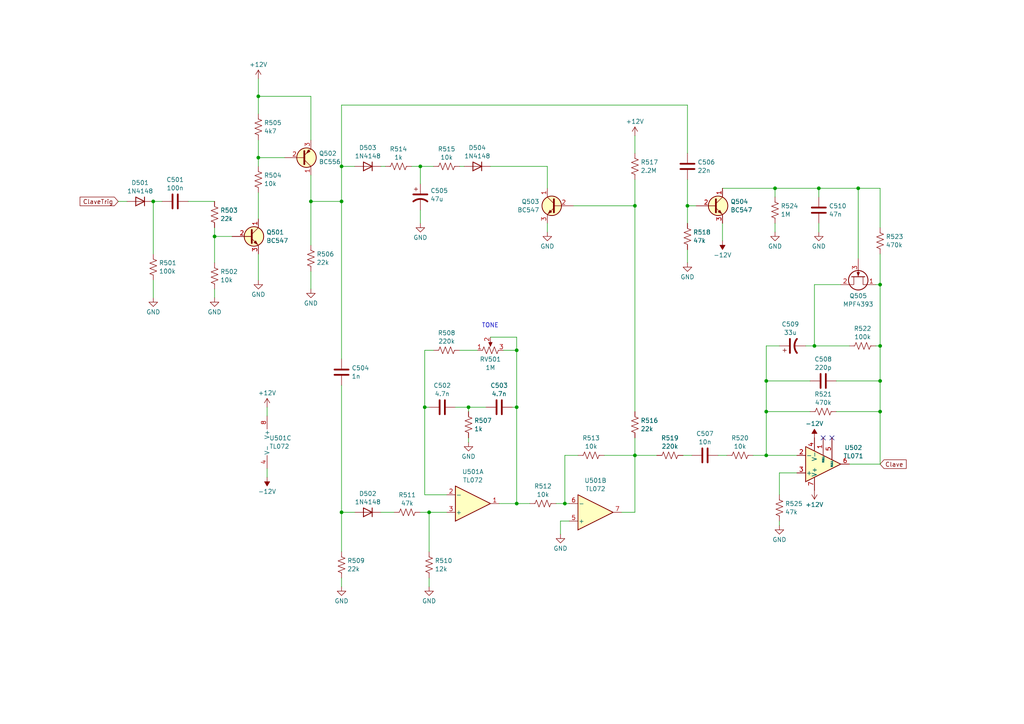
<source format=kicad_sch>
(kicad_sch (version 20230121) (generator eeschema)
  (paper "A4")
  (lib_symbols
    (symbol "Amplifier_Operational:TL071" (pin_names (offset 0.127))
      (property "Reference" "U" (at 0 6.35 0))
      (property "Value" "TL071" (at 0 3.81 0))
      (symbol "TL071_0_1"
        (polyline (pts (xy -5.08 5.08) (xy 5.08 0) (xy -5.08 -5.08) (xy -5.08 5.08)) (stroke (width 0.254)) (fill (type background)))
      )
      (symbol "TL071_1_1"
        (pin input line (at 0 -7.62 90) (length 5.08) (name "NULL") (number "1"))
        (pin input line (at -7.62 -2.54 0) (length 2.54) (name "-") (number "2"))
        (pin input line (at -7.62 2.54 0) (length 2.54) (name "+") (number "3"))
        (pin power_in line (at -2.54 -7.62 90) (length 3.81) (name "V-") (number "4"))
        (pin input line (at 2.54 -7.62 90) (length 6.35) (name "NULL") (number "5"))
        (pin output line (at 7.62 0 180) (length 2.54) (name "~") (number "6"))
        (pin power_in line (at -2.54 7.62 270) (length 3.81) (name "V+") (number "7"))
        (pin no_connect line (at 0 2.54 270) (length 2.54) hide (name "NC") (number "8"))
      )
    )
    (symbol "Amplifier_Operational:TL072" (pin_names (offset 0.127))
      (property "Reference" "U" (at 0 5.08 0))
      (property "Value" "TL072" (at 0 -5.08 0))
      (symbol "TL072_1_1"
        (polyline (pts (xy -5.08 5.08) (xy 5.08 0) (xy -5.08 -5.08) (xy -5.08 5.08)) (stroke (width 0.254)) (fill (type background)))
        (pin output line (at 7.62 0 180) (length 2.54) (name "~") (number "1"))
        (pin input line (at -7.62 -2.54 0) (length 2.54) (name "-") (number "2"))
        (pin input line (at -7.62 2.54 0) (length 2.54) (name "+") (number "3"))
      )
      (symbol "TL072_2_1"
        (polyline (pts (xy -5.08 5.08) (xy 5.08 0) (xy -5.08 -5.08) (xy -5.08 5.08)) (stroke (width 0.254)) (fill (type background)))
        (pin input line (at -7.62 2.54 0) (length 2.54) (name "+") (number "5"))
        (pin input line (at -7.62 -2.54 0) (length 2.54) (name "-") (number "6"))
        (pin output line (at 7.62 0 180) (length 2.54) (name "~") (number "7"))
      )
      (symbol "TL072_3_1"
        (pin power_in line (at -2.54 -7.62 90) (length 3.81) (name "V-") (number "4"))
        (pin power_in line (at -2.54 7.62 270) (length 3.81) (name "V+") (number "8"))
      )
    )
    (symbol "Device:C" (pin_numbers hide) (pin_names (offset 0.254))
      (property "Reference" "C" (at 0.635 2.54 0))
      (property "Value" "C" (at 0.635 -2.54 0))
      (symbol "C_0_1"
        (polyline (pts (xy -2.032 -0.762) (xy 2.032 -0.762)) (stroke (width 0.508)))
        (polyline (pts (xy -2.032 0.762) (xy 2.032 0.762)) (stroke (width 0.508)))
      )
      (symbol "C_1_1"
        (pin passive line (at 0 3.81 270) (length 2.794) (name "~") (number "1"))
        (pin passive line (at 0 -3.81 90) (length 2.794) (name "~") (number "2"))
      )
    )
    (symbol "Device:C_Polarized_US" (pin_numbers hide) (pin_names (offset 0.254) hide)
      (property "Reference" "C" (at 0.635 2.54 0))
      (property "Value" "C_Polarized_US" (at 0.635 -2.54 0))
      (symbol "C_Polarized_US_0_1"
        (polyline (pts (xy -2.032 0.762) (xy 2.032 0.762)) (stroke (width 0.508)))
        (polyline (pts (xy -1.778 2.286) (xy -0.762 2.286)))
        (polyline (pts (xy -1.27 1.778) (xy -1.27 2.794)))
        (arc (start 2.032 -1.27) (mid 0 -0.5572) (end -2.032 -1.27) (stroke (width 0.508)))
      )
      (symbol "C_Polarized_US_1_1"
        (pin passive line (at 0 3.81 270) (length 2.794) (name "~") (number "1"))
        (pin passive line (at 0 -3.81 90) (length 3.302) (name "~") (number "2"))
      )
    )
    (symbol "Device:Q_NJFET_DSG" (pin_names (offset 0) hide)
      (property "Reference" "Q" (at 5.08 1.27 0))
      (property "Value" "Q_NJFET_DSG" (at 5.08 -1.27 0))
      (symbol "Q_NJFET_DSG_0_1"
        (polyline (pts (xy 0.254 1.905) (xy 0.254 -1.905) (xy 0.254 -1.905)) (stroke (width 0.254)))
        (polyline (pts (xy 2.54 -2.54) (xy 2.54 -1.27) (xy 0.254 -1.27)))
        (polyline (pts (xy 2.54 2.54) (xy 2.54 1.397) (xy 0.254 1.397)))
        (polyline (pts (xy 0 0) (xy -1.016 0.381) (xy -1.016 -0.381) (xy 0 0)) (fill (type outline)))
        (circle (center 1.27 0) (radius 2.8194) (stroke (width 0.254)))
      )
      (symbol "Q_NJFET_DSG_1_1"
        (pin passive line (at 2.54 5.08 270) (length 2.54) (name "D") (number "1"))
        (pin passive line (at 2.54 -5.08 90) (length 2.54) (name "S") (number "2"))
        (pin input line (at -5.08 0 0) (length 5.334) (name "G") (number "3"))
      )
    )
    (symbol "Device:R_Potentiometer_US" (pin_names (offset 1.016) hide)
      (property "Reference" "RV" (at -4.445 0 90))
      (property "Value" "R_Potentiometer_US" (at -2.54 0 90))
      (symbol "R_Potentiometer_US_0_1"
        (polyline (pts (xy 0 -2.286) (xy 0 -2.54)))
        (polyline (pts (xy 0 2.54) (xy 0 2.286)))
        (polyline (pts (xy 2.54 0) (xy 1.524 0)))
        (polyline (pts (xy 1.143 0) (xy 2.286 0.508) (xy 2.286 -0.508) (xy 1.143 0)) (fill (type outline)))
        (polyline (pts (xy 0 -0.762) (xy 1.016 -1.143) (xy 0 -1.524) (xy -1.016 -1.905) (xy 0 -2.286)))
        (polyline (pts (xy 0 0.762) (xy 1.016 0.381) (xy 0 0) (xy -1.016 -0.381) (xy 0 -0.762)))
        (polyline (pts (xy 0 2.286) (xy 1.016 1.905) (xy 0 1.524) (xy -1.016 1.143) (xy 0 0.762)))
      )
      (symbol "R_Potentiometer_US_1_1"
        (pin passive line (at 0 3.81 270) (length 1.27) (name "1") (number "1"))
        (pin passive line (at 3.81 0 180) (length 1.27) (name "2") (number "2"))
        (pin passive line (at 0 -3.81 90) (length 1.27) (name "3") (number "3"))
      )
    )
    (symbol "Device:R_US" (pin_numbers hide) (pin_names (offset 0))
      (property "Reference" "R" (at 2.54 0 90))
      (property "Value" "R_US" (at -2.54 0 90))
      (symbol "R_US_0_1"
        (polyline (pts (xy 0 -2.286) (xy 0 -2.54)))
        (polyline (pts (xy 0 2.286) (xy 0 2.54)))
        (polyline (pts (xy 0 -0.762) (xy 1.016 -1.143) (xy 0 -1.524) (xy -1.016 -1.905) (xy 0 -2.286)))
        (polyline (pts (xy 0 0.762) (xy 1.016 0.381) (xy 0 0) (xy -1.016 -0.381) (xy 0 -0.762)))
        (polyline (pts (xy 0 2.286) (xy 1.016 1.905) (xy 0 1.524) (xy -1.016 1.143) (xy 0 0.762)))
      )
      (symbol "R_US_1_1"
        (pin passive line (at 0 3.81 270) (length 1.27) (name "~") (number "1"))
        (pin passive line (at 0 -3.81 90) (length 1.27) (name "~") (number "2"))
      )
    )
    (symbol "Diode:1N4148" (pin_numbers hide) (pin_names hide)
      (property "Reference" "D" (at 0 2.54 0))
      (property "Value" "1N4148" (at 0 -2.54 0))
      (symbol "1N4148_0_1"
        (polyline (pts (xy -1.27 1.27) (xy -1.27 -1.27)) (stroke (width 0.254)))
        (polyline (pts (xy 1.27 0) (xy -1.27 0)))
        (polyline (pts (xy 1.27 1.27) (xy 1.27 -1.27) (xy -1.27 0) (xy 1.27 1.27)) (stroke (width 0.254)))
      )
      (symbol "1N4148_1_1"
        (pin passive line (at -3.81 0 0) (length 2.54) (name "K") (number "1"))
        (pin passive line (at 3.81 0 180) (length 2.54) (name "A") (number "2"))
      )
    )
    (symbol "PCM_4ms_Power-symbol:+12V" (power) (pin_names (offset 0))
      (property "Value" "+12V" (at 0 3.556 0))
      (symbol "+12V_0_1"
        (polyline (pts (xy -0.762 1.27) (xy 0 2.54)))
        (polyline (pts (xy 0 0) (xy 0 2.54)))
        (polyline (pts (xy 0 2.54) (xy 0.762 1.27)))
      )
      (symbol "+12V_1_1"
        (pin power_in line (at 0 0 90) (length 0) hide (name "+12V") (number "1"))
      )
    )
    (symbol "PCM_4ms_Power-symbol:GND" (power) (pin_names (offset 0))
      (property "Value" "GND" (at 0 -3.81 0))
      (symbol "GND_0_1"
        (polyline (pts (xy 0 0) (xy 0 -1.27) (xy 1.27 -1.27) (xy 0 -2.54) (xy -1.27 -1.27) (xy 0 -1.27)))
      )
      (symbol "GND_1_1"
        (pin power_in line (at 0 0 270) (length 0) hide (name "GND") (number "1"))
      )
    )
    (symbol "PCM_Transistor_BJT_AKL:BC547" (pin_names hide)
      (property "Reference" "Q" (at 5.08 1.27 0))
      (property "Value" "BC547" (at 5.08 -1.27 0))
      (symbol "BC547_0_1"
        (polyline (pts (xy 0.635 0.635) (xy 2.54 2.54)))
        (polyline (pts (xy 0.635 -0.635) (xy 2.54 -2.54) (xy 2.54 -2.54)))
        (polyline (pts (xy 0.635 1.905) (xy 0.635 -1.905) (xy 0.635 -1.905)) (stroke (width 0.508)))
        (polyline (pts (xy 1.27 -1.778) (xy 1.778 -1.27) (xy 2.286 -2.286) (xy 1.27 -1.778) (xy 1.27 -1.778)) (fill (type outline)))
        (circle (center 1.27 0) (radius 2.8194) (stroke (width 0.254)) (fill (type background)))
      )
      (symbol "BC547_1_1"
        (pin passive line (at 2.54 5.08 270) (length 2.54) (name "C") (number "1"))
        (pin input line (at -5.08 0 0) (length 5.715) (name "B") (number "2"))
        (pin passive line (at 2.54 -5.08 90) (length 2.54) (name "E") (number "3"))
      )
    )
    (symbol "PCM_Transistor_BJT_AKL:BC556" (pin_names hide)
      (property "Reference" "Q" (at 5.08 1.27 0))
      (property "Value" "BC556" (at 5.08 -1.27 0))
      (symbol "BC556_0_1"
        (polyline (pts (xy 0.635 -0.635) (xy 2.54 -2.54)))
        (polyline (pts (xy 0.635 -1.905) (xy 0.635 1.905) (xy 0.635 1.905)) (stroke (width 0.508)))
        (polyline (pts (xy 0.635 0.635) (xy 2.54 2.54) (xy 2.54 2.54)))
        (polyline (pts (xy 2.286 1.778) (xy 1.778 2.286) (xy 1.27 1.27) (xy 2.286 1.778) (xy 2.286 1.778)) (fill (type outline)))
        (circle (center 1.27 0) (radius 2.8194) (stroke (width 0.254)) (fill (type background)))
      )
      (symbol "BC556_1_1"
        (pin passive line (at 2.54 -5.08 90) (length 2.54) (name "C") (number "1"))
        (pin input line (at -5.08 0 0) (length 5.715) (name "B") (number "2"))
        (pin passive line (at 2.54 5.08 270) (length 2.54) (name "E") (number "3"))
      )
    )
    (symbol "power:-12V" (power) (pin_names (offset 0))
      (property "Value" "-12V" (at 0 3.81 0))
      (symbol "-12V_0_0"
        (pin power_in line (at 0 0 90) (length 0) hide (name "-12V") (number "1"))
      )
      (symbol "-12V_0_1"
        (polyline (pts (xy 0 0) (xy 0 1.27) (xy 0.762 1.27) (xy 0 2.54) (xy -0.762 1.27) (xy 0 1.27)) (fill (type outline)))
      )
    )
  )
  (junction (at 99.06 58.42))
  (junction (at 163.83 146.05))
  (junction (at 149.86 146.05))
  (junction (at 99.06 148.59))
  (junction (at 135.89 118.11))
  (junction (at 224.79 54.61))
  (junction (at 255.27 119.38))
  (junction (at 222.25 110.49))
  (junction (at 121.92 48.26))
  (junction (at 149.86 101.6))
  (junction (at 99.06 48.26))
  (junction (at 74.93 27.94))
  (junction (at 236.22 100.33))
  (junction (at 90.17 58.42))
  (junction (at 184.15 59.69))
  (junction (at 74.93 45.72))
  (junction (at 222.25 132.08))
  (junction (at 248.92 54.61))
  (junction (at 255.27 110.49))
  (junction (at 149.86 118.11))
  (junction (at 237.49 54.61))
  (junction (at 255.27 100.33))
  (junction (at 123.19 118.11))
  (junction (at 184.15 132.08))
  (junction (at 222.25 119.38))
  (junction (at 44.45 58.42))
  (junction (at 124.46 148.59))
  (junction (at 199.39 59.69))
  (junction (at 255.27 82.55))
  (junction (at 62.23 68.58))
  (no_connect (at 241.3 127))
  (no_connect (at 238.76 127))
  (wire (pts (xy 99.06 48.26) (xy 99.06 58.42)))
  (wire (pts (xy 255.27 110.49) (xy 255.27 100.33)))
  (wire (pts (xy 133.35 48.26) (xy 134.62 48.26)))
  (wire (pts (xy 255.27 82.55) (xy 254 82.55)))
  (wire (pts (xy 44.45 81.28) (xy 44.45 86.36)))
  (wire (pts (xy 90.17 50.8) (xy 90.17 58.42)))
  (wire (pts (xy 124.46 167.64) (xy 124.46 170.18)))
  (wire (pts (xy 184.15 132.08) (xy 175.26 132.08)))
  (wire (pts (xy 208.28 132.08) (xy 210.82 132.08)))
  (wire (pts (xy 242.57 119.38) (xy 255.27 119.38)))
  (wire (pts (xy 255.27 54.61) (xy 255.27 66.04)))
  (wire (pts (xy 199.39 72.39) (xy 199.39 76.2)))
  (wire (pts (xy 74.93 45.72) (xy 82.55 45.72)))
  (wire (pts (xy 201.93 59.69) (xy 199.39 59.69)))
  (wire (pts (xy 224.79 54.61) (xy 224.79 57.15)))
  (wire (pts (xy 148.59 118.11) (xy 149.86 118.11)))
  (wire (pts (xy 209.55 54.61) (xy 224.79 54.61)))
  (wire (pts (xy 255.27 134.62) (xy 255.27 119.38)))
  (wire (pts (xy 149.86 97.79) (xy 149.86 101.6)))
  (wire (pts (xy 218.44 132.08) (xy 222.25 132.08)))
  (wire (pts (xy 123.19 143.51) (xy 129.54 143.51)))
  (wire (pts (xy 237.49 54.61) (xy 237.49 57.15)))
  (wire (pts (xy 158.75 48.26) (xy 158.75 54.61)))
  (wire (pts (xy 99.06 148.59) (xy 99.06 160.02)))
  (wire (pts (xy 184.15 52.07) (xy 184.15 59.69)))
  (wire (pts (xy 184.15 132.08) (xy 190.5 132.08)))
  (wire (pts (xy 90.17 78.74) (xy 90.17 83.82)))
  (wire (pts (xy 110.49 48.26) (xy 111.76 48.26)))
  (wire (pts (xy 123.19 101.6) (xy 125.73 101.6)))
  (wire (pts (xy 237.49 64.77) (xy 237.49 67.31)))
  (wire (pts (xy 242.57 110.49) (xy 255.27 110.49)))
  (wire (pts (xy 99.06 48.26) (xy 99.06 30.48)))
  (wire (pts (xy 222.25 110.49) (xy 222.25 119.38)))
  (wire (pts (xy 44.45 73.66) (xy 44.45 58.42)))
  (wire (pts (xy 142.24 48.26) (xy 158.75 48.26)))
  (wire (pts (xy 162.56 154.94) (xy 162.56 151.13)))
  (wire (pts (xy 62.23 66.04) (xy 62.23 68.58)))
  (wire (pts (xy 222.25 100.33) (xy 226.06 100.33)))
  (wire (pts (xy 236.22 100.33) (xy 246.38 100.33)))
  (wire (pts (xy 142.24 97.79) (xy 149.86 97.79)))
  (wire (pts (xy 99.06 111.76) (xy 99.06 148.59)))
  (wire (pts (xy 246.38 134.62) (xy 255.27 134.62)))
  (wire (pts (xy 90.17 27.94) (xy 74.93 27.94)))
  (wire (pts (xy 184.15 127) (xy 184.15 132.08)))
  (wire (pts (xy 234.95 119.38) (xy 222.25 119.38)))
  (wire (pts (xy 184.15 59.69) (xy 184.15 119.38)))
  (wire (pts (xy 149.86 118.11) (xy 149.86 146.05)))
  (wire (pts (xy 149.86 146.05) (xy 144.78 146.05)))
  (wire (pts (xy 123.19 118.11) (xy 123.19 143.51)))
  (wire (pts (xy 236.22 82.55) (xy 236.22 100.33)))
  (wire (pts (xy 62.23 83.82) (xy 62.23 86.36)))
  (wire (pts (xy 133.35 101.6) (xy 138.43 101.6)))
  (wire (pts (xy 123.19 118.11) (xy 124.46 118.11)))
  (wire (pts (xy 233.68 100.33) (xy 236.22 100.33)))
  (wire (pts (xy 222.25 132.08) (xy 231.14 132.08)))
  (wire (pts (xy 149.86 101.6) (xy 149.86 118.11)))
  (wire (pts (xy 99.06 58.42) (xy 99.06 104.14)))
  (wire (pts (xy 162.56 151.13) (xy 165.1 151.13)))
  (wire (pts (xy 166.37 59.69) (xy 184.15 59.69)))
  (wire (pts (xy 77.47 118.11) (xy 77.47 120.65)))
  (wire (pts (xy 222.25 110.49) (xy 234.95 110.49)))
  (wire (pts (xy 90.17 40.64) (xy 90.17 27.94)))
  (wire (pts (xy 121.92 148.59) (xy 124.46 148.59)))
  (wire (pts (xy 198.12 132.08) (xy 200.66 132.08)))
  (wire (pts (xy 74.93 73.66) (xy 74.93 81.28)))
  (wire (pts (xy 255.27 73.66) (xy 255.27 82.55)))
  (wire (pts (xy 161.29 146.05) (xy 163.83 146.05)))
  (wire (pts (xy 135.89 127) (xy 135.89 128.27)))
  (wire (pts (xy 254 100.33) (xy 255.27 100.33)))
  (wire (pts (xy 99.06 30.48) (xy 199.39 30.48)))
  (wire (pts (xy 124.46 148.59) (xy 129.54 148.59)))
  (wire (pts (xy 255.27 119.38) (xy 255.27 110.49)))
  (wire (pts (xy 77.47 135.89) (xy 77.47 138.43)))
  (wire (pts (xy 226.06 143.51) (xy 226.06 137.16)))
  (wire (pts (xy 209.55 64.77) (xy 209.55 69.85)))
  (wire (pts (xy 248.92 54.61) (xy 248.92 74.93)))
  (wire (pts (xy 226.06 137.16) (xy 231.14 137.16)))
  (wire (pts (xy 146.05 101.6) (xy 149.86 101.6)))
  (wire (pts (xy 180.34 148.59) (xy 184.15 148.59)))
  (wire (pts (xy 99.06 58.42) (xy 90.17 58.42)))
  (wire (pts (xy 135.89 118.11) (xy 140.97 118.11)))
  (wire (pts (xy 121.92 48.26) (xy 125.73 48.26)))
  (wire (pts (xy 149.86 146.05) (xy 153.67 146.05)))
  (wire (pts (xy 74.93 55.88) (xy 74.93 63.5)))
  (wire (pts (xy 99.06 167.64) (xy 99.06 170.18)))
  (wire (pts (xy 184.15 39.37) (xy 184.15 44.45)))
  (wire (pts (xy 74.93 27.94) (xy 74.93 33.02)))
  (wire (pts (xy 199.39 59.69) (xy 199.39 64.77)))
  (wire (pts (xy 132.08 118.11) (xy 135.89 118.11)))
  (wire (pts (xy 99.06 148.59) (xy 102.87 148.59)))
  (wire (pts (xy 54.61 58.42) (xy 62.23 58.42)))
  (wire (pts (xy 90.17 58.42) (xy 90.17 71.12)))
  (wire (pts (xy 224.79 54.61) (xy 237.49 54.61)))
  (wire (pts (xy 199.39 52.07) (xy 199.39 59.69)))
  (wire (pts (xy 255.27 100.33) (xy 255.27 82.55)))
  (wire (pts (xy 158.75 64.77) (xy 158.75 67.31)))
  (wire (pts (xy 74.93 22.86) (xy 74.93 27.94)))
  (wire (pts (xy 34.29 58.42) (xy 36.83 58.42)))
  (wire (pts (xy 163.83 132.08) (xy 167.64 132.08)))
  (wire (pts (xy 110.49 148.59) (xy 114.3 148.59)))
  (wire (pts (xy 163.83 146.05) (xy 165.1 146.05)))
  (wire (pts (xy 123.19 101.6) (xy 123.19 118.11)))
  (wire (pts (xy 124.46 148.59) (xy 124.46 160.02)))
  (wire (pts (xy 121.92 60.96) (xy 121.92 64.77)))
  (wire (pts (xy 222.25 110.49) (xy 222.25 100.33)))
  (wire (pts (xy 44.45 58.42) (xy 46.99 58.42)))
  (wire (pts (xy 163.83 146.05) (xy 163.83 132.08)))
  (wire (pts (xy 135.89 118.11) (xy 135.89 119.38)))
  (wire (pts (xy 184.15 148.59) (xy 184.15 132.08)))
  (wire (pts (xy 224.79 64.77) (xy 224.79 67.31)))
  (wire (pts (xy 74.93 45.72) (xy 74.93 48.26)))
  (wire (pts (xy 102.87 48.26) (xy 99.06 48.26)))
  (wire (pts (xy 243.84 82.55) (xy 236.22 82.55)))
  (wire (pts (xy 119.38 48.26) (xy 121.92 48.26)))
  (wire (pts (xy 222.25 119.38) (xy 222.25 132.08)))
  (wire (pts (xy 62.23 68.58) (xy 67.31 68.58)))
  (wire (pts (xy 74.93 40.64) (xy 74.93 45.72)))
  (wire (pts (xy 237.49 54.61) (xy 248.92 54.61)))
  (wire (pts (xy 121.92 48.26) (xy 121.92 53.34)))
  (wire (pts (xy 248.92 54.61) (xy 255.27 54.61)))
  (wire (pts (xy 199.39 30.48) (xy 199.39 44.45)))
  (wire (pts (xy 62.23 68.58) (xy 62.23 76.2)))
  (wire (pts (xy 226.06 151.13) (xy 226.06 152.4)))
  (text "TONE" (at 139.7 95.25 0) (effects (font (size 1.27 1.27)) (justify left bottom)))
  (global_label "Clave" (shape input) (at 255.27 134.62 0) (property "Intersheetrefs" "${INTERSHEET_REFS}" (effects hide)))
  (global_label "ClaveTrig" (shape input) (at 34.29 58.42 180) (property "Intersheetrefs" "${INTERSHEET_REFS}" (effects hide)))
  (symbol (lib_id "Device:R_US") (at 199.39 68.58 180) (unit 1)
    (property "Reference" "R518" (at 201.041 67.3679 0) (effects (justify right)))
    (property "Value" "47k" (at 201.041 69.7921 0) (effects (justify right)))
    (property "Footprint" "PCM_Resistor_THT_AKL:R_Axial_DIN0207_L6.3mm_D2.5mm_P7.62mm_Horizontal" (effects hide))
  )
  (symbol (lib_id "Device:C") (at 237.49 60.96 0) (unit 1)
    (property "Reference" "C510" (at 240.411 59.7479 0) (effects (justify left)))
    (property "Value" "47n" (at 240.411 62.1721 0) (effects (justify left)))
    (property "Footprint" "Capacitor_THT:C_Disc_D4.7mm_W2.5mm_P5.00mm" (effects hide))
  )
  (symbol (lib_id "PCM_4ms_Power-symbol:GND") (at 224.79 67.31 0) (unit 1)
    (property "Reference" "#PWR0520" (effects hide))
    (property "Value" "GND" (at 224.79 71.4431 0))
  )
  (symbol (lib_id "PCM_Transistor_BJT_AKL:BC547") (at 161.29 59.69 0) (mirror y) (unit 1)
    (property "Reference" "Q503" (at 156.4386 58.4779 0) (effects (justify left)))
    (property "Value" "BC547" (at 156.4386 60.9021 0) (effects (justify left)))
    (property "Footprint" "Package_TO_SOT_THT:TO-92L_HandSolder" (effects hide))
    (property "Datasheet" "https://www.tme.eu/Document/6c5d898a533a0762c2bc33eb26c283a8/BC546-550-DTE.pdf" (effects hide))
  )
  (symbol (lib_id "Device:C") (at 99.06 107.95 0) (unit 1)
    (property "Reference" "C504" (at 101.981 106.7379 0) (effects (justify left)))
    (property "Value" "1n" (at 101.981 109.1621 0) (effects (justify left)))
    (property "Footprint" "Capacitor_THT:C_Disc_D4.7mm_W2.5mm_P5.00mm" (effects hide))
  )
  (symbol (lib_id "Device:R_US") (at 135.89 123.19 0) (unit 1)
    (property "Reference" "R507" (at 137.541 121.9779 0) (effects (justify left)))
    (property "Value" "1k" (at 137.541 124.4021 0) (effects (justify left)))
    (property "Footprint" "PCM_Resistor_THT_AKL:R_Axial_DIN0207_L6.3mm_D2.5mm_P7.62mm_Horizontal" (effects hide))
  )
  (symbol (lib_id "PCM_Transistor_BJT_AKL:BC547") (at 72.39 68.58 0) (unit 1)
    (property "Reference" "Q501" (at 77.2414 67.3679 0) (effects (justify left)))
    (property "Value" "BC547" (at 77.2414 69.7921 0) (effects (justify left)))
    (property "Footprint" "Package_TO_SOT_THT:TO-92L_HandSolder" (effects hide))
    (property "Datasheet" "https://www.tme.eu/Document/6c5d898a533a0762c2bc33eb26c283a8/BC546-550-DTE.pdf" (effects hide))
  )
  (symbol (lib_id "Device:R_US") (at 255.27 69.85 0) (unit 1)
    (property "Reference" "R523" (at 256.921 68.6379 0) (effects (justify left)))
    (property "Value" "470k" (at 256.921 71.0621 0) (effects (justify left)))
    (property "Footprint" "PCM_Resistor_THT_AKL:R_Axial_DIN0207_L6.3mm_D2.5mm_P7.62mm_Horizontal" (effects hide))
  )
  (symbol (lib_id "power:-12V") (at 77.47 138.43 180) (unit 1)
    (property "Reference" "#PWR0510" (effects hide))
    (property "Value" "-12V" (at 77.47 142.5631 0))
  )
  (symbol (lib_id "Device:R_US") (at 115.57 48.26 90) (unit 1)
    (property "Reference" "R514" (at 115.57 43.2267 90))
    (property "Value" "1k" (at 115.57 45.6509 90))
    (property "Footprint" "PCM_Resistor_THT_AKL:R_Axial_DIN0207_L6.3mm_D2.5mm_P7.62mm_Horizontal" (effects hide))
  )
  (symbol (lib_id "Device:R_US") (at 62.23 80.01 0) (unit 1)
    (property "Reference" "R502" (at 63.881 78.7979 0) (effects (justify left)))
    (property "Value" "10k" (at 63.881 81.2221 0) (effects (justify left)))
    (property "Footprint" "PCM_Resistor_THT_AKL:R_Axial_DIN0207_L6.3mm_D2.5mm_P7.62mm_Horizontal" (effects hide))
  )
  (symbol (lib_id "PCM_4ms_Power-symbol:GND") (at 237.49 67.31 0) (unit 1)
    (property "Reference" "#PWR0519" (effects hide))
    (property "Value" "GND" (at 237.49 71.4431 0))
  )
  (symbol (lib_id "power:-12V") (at 236.22 127 0) (unit 1)
    (property "Reference" "#PWR0517" (effects hide))
    (property "Value" "-12V" (at 236.22 122.8669 0))
  )
  (symbol (lib_id "Diode:1N4148") (at 106.68 148.59 180) (unit 1)
    (property "Reference" "D502" (at 106.68 143.1757 0))
    (property "Value" "1N4148" (at 106.68 145.5999 0))
    (property "Footprint" "Diode_THT:D_DO-35_SOD27_P7.62mm_Horizontal" (effects hide))
    (property "Datasheet" "https://assets.nexperia.com/documents/data-sheet/1N4148_1N4448.pdf" (effects hide))
    (property "Sim.Device" "D" (effects hide))
    (property "Sim.Pins" "1=K 2=A" (effects hide))
  )
  (symbol (lib_id "Device:R_US") (at 74.93 52.07 0) (unit 1)
    (property "Reference" "R504" (at 76.581 50.8579 0) (effects (justify left)))
    (property "Value" "10k" (at 76.581 53.2821 0) (effects (justify left)))
    (property "Footprint" "PCM_Resistor_THT_AKL:R_Axial_DIN0207_L6.3mm_D2.5mm_P7.62mm_Horizontal" (effects hide))
  )
  (symbol (lib_id "Device:C") (at 50.8 58.42 90) (unit 1)
    (property "Reference" "C501" (at 50.8 52.1167 90))
    (property "Value" "100n" (at 50.8 54.5409 90))
    (property "Footprint" "Capacitor_THT:C_Disc_D4.7mm_W2.5mm_P5.00mm" (effects hide))
  )
  (symbol (lib_id "Device:R_US") (at 129.54 101.6 90) (unit 1)
    (property "Reference" "R508" (at 129.54 96.5667 90))
    (property "Value" "220k" (at 129.54 98.9909 90))
    (property "Footprint" "PCM_Resistor_THT_AKL:R_Axial_DIN0207_L6.3mm_D2.5mm_P7.62mm_Horizontal" (effects hide))
  )
  (symbol (lib_id "Device:R_US") (at 184.15 48.26 180) (unit 1)
    (property "Reference" "R517" (at 185.801 47.0479 0) (effects (justify right)))
    (property "Value" "2.2M" (at 185.801 49.4721 0) (effects (justify right)))
    (property "Footprint" "PCM_Resistor_THT_AKL:R_Axial_DIN0207_L6.3mm_D2.5mm_P7.62mm_Horizontal" (effects hide))
  )
  (symbol (lib_id "PCM_4ms_Power-symbol:GND") (at 226.06 152.4 0) (unit 1)
    (property "Reference" "#PWR0521" (effects hide))
    (property "Value" "GND" (at 226.06 156.5331 0))
  )
  (symbol (lib_id "Device:Q_NJFET_DSG") (at 248.92 80.01 270) (unit 1)
    (property "Reference" "Q505" (at 248.92 85.8195 90))
    (property "Value" "MPF4393" (at 248.92 88.2437 90))
    (property "Footprint" "Package_TO_SOT_THT:TO-92L_HandSolder" (effects hide))
  )
  (symbol (lib_id "Device:R_US") (at 184.15 123.19 180) (unit 1)
    (property "Reference" "R516" (at 185.801 121.9779 0) (effects (justify right)))
    (property "Value" "22k" (at 185.801 124.4021 0) (effects (justify right)))
    (property "Footprint" "PCM_Resistor_THT_AKL:R_Axial_DIN0207_L6.3mm_D2.5mm_P7.62mm_Horizontal" (effects hide))
  )
  (symbol (lib_id "Diode:1N4148") (at 40.64 58.42 180) (unit 1)
    (property "Reference" "D501" (at 40.64 53.0057 0))
    (property "Value" "1N4148" (at 40.64 55.4299 0))
    (property "Footprint" "Diode_THT:D_DO-35_SOD27_P7.62mm_Horizontal" (effects hide))
    (property "Datasheet" "https://assets.nexperia.com/documents/data-sheet/1N4148_1N4448.pdf" (effects hide))
    (property "Sim.Device" "D" (effects hide))
    (property "Sim.Pins" "1=K 2=A" (effects hide))
  )
  (symbol (lib_id "PCM_4ms_Power-symbol:GND") (at 158.75 67.31 0) (unit 1)
    (property "Reference" "#PWR0513" (effects hide))
    (property "Value" "GND" (at 158.75 71.4431 0))
  )
  (symbol (lib_id "PCM_4ms_Power-symbol:+12V") (at 184.15 39.37 0) (unit 1)
    (property "Reference" "#PWR0514" (effects hide))
    (property "Value" "+12V" (at 184.15 35.2369 0))
  )
  (symbol (lib_id "Device:R_US") (at 124.46 163.83 180) (unit 1)
    (property "Reference" "R510" (at 126.111 162.6179 0) (effects (justify right)))
    (property "Value" "12k" (at 126.111 165.0421 0) (effects (justify right)))
    (property "Footprint" "PCM_Resistor_THT_AKL:R_Axial_DIN0207_L6.3mm_D2.5mm_P7.62mm_Horizontal" (effects hide))
  )
  (symbol (lib_id "Device:R_Potentiometer_US") (at 142.24 101.6 90) (unit 1)
    (property "Reference" "RV501" (at 142.24 104.2091 90))
    (property "Value" "1M" (at 142.24 106.6333 90))
    (property "Footprint" "Connector_PinHeader_2.54mm:PinHeader_1x03_P2.54mm_Vertical" (effects hide))
  )
  (symbol (lib_id "Device:R_US") (at 44.45 77.47 0) (unit 1)
    (property "Reference" "R501" (at 46.101 76.2579 0) (effects (justify left)))
    (property "Value" "100k" (at 46.101 78.6821 0) (effects (justify left)))
    (property "Footprint" "PCM_Resistor_THT_AKL:R_Axial_DIN0207_L6.3mm_D2.5mm_P7.62mm_Horizontal" (effects hide))
  )
  (symbol (lib_id "Amplifier_Operational:TL071") (at 238.76 134.62 0) (mirror x) (unit 1)
    (property "Reference" "U502" (at 247.5253 129.8406 0))
    (property "Value" "TL071" (at 247.5253 132.2648 0))
    (property "Footprint" "Package_DIP:DIP-8_W7.62mm" (effects hide))
    (property "Datasheet" "http://www.ti.com/lit/ds/symlink/tl071.pdf" (effects hide))
  )
  (symbol (lib_id "Device:R_US") (at 62.23 62.23 0) (unit 1)
    (property "Reference" "R503" (at 63.881 61.0179 0) (effects (justify left)))
    (property "Value" "22k" (at 63.881 63.4421 0) (effects (justify left)))
    (property "Footprint" "PCM_Resistor_THT_AKL:R_Axial_DIN0207_L6.3mm_D2.5mm_P7.62mm_Horizontal" (effects hide))
  )
  (symbol (lib_id "Amplifier_Operational:TL072") (at 74.93 128.27 0) (mirror y) (unit 3)
    (property "Reference" "U501" (at 78.105 127.0579 0) (effects (justify right)))
    (property "Value" "TL072" (at 78.105 129.4821 0) (effects (justify right)))
    (property "Footprint" "Package_DIP:DIP-8_W7.62mm" (effects hide))
    (property "Datasheet" "http://www.ti.com/lit/ds/symlink/tl071.pdf" (effects hide))
  )
  (symbol (lib_id "PCM_4ms_Power-symbol:+12V") (at 77.47 118.11 0) (unit 1)
    (property "Reference" "#PWR0509" (effects hide))
    (property "Value" "+12V" (at 77.47 113.9769 0))
  )
  (symbol (lib_id "PCM_4ms_Power-symbol:GND") (at 74.93 81.28 0) (unit 1)
    (property "Reference" "#PWR0501" (effects hide))
    (property "Value" "GND" (at 74.93 85.4131 0))
  )
  (symbol (lib_id "Device:R_US") (at 250.19 100.33 90) (unit 1)
    (property "Reference" "R522" (at 250.19 95.2967 90))
    (property "Value" "100k" (at 250.19 97.7209 90))
    (property "Footprint" "PCM_Resistor_THT_AKL:R_Axial_DIN0207_L6.3mm_D2.5mm_P7.62mm_Horizontal" (effects hide))
  )
  (symbol (lib_id "Diode:1N4148") (at 106.68 48.26 180) (unit 1)
    (property "Reference" "D503" (at 106.68 42.8457 0))
    (property "Value" "1N4148" (at 106.68 45.2699 0))
    (property "Footprint" "Diode_THT:D_DO-35_SOD27_P7.62mm_Horizontal" (effects hide))
    (property "Datasheet" "https://assets.nexperia.com/documents/data-sheet/1N4148_1N4448.pdf" (effects hide))
    (property "Sim.Device" "D" (effects hide))
    (property "Sim.Pins" "1=K 2=A" (effects hide))
  )
  (symbol (lib_id "PCM_4ms_Power-symbol:GND") (at 135.89 128.27 0) (unit 1)
    (property "Reference" "#PWR0506" (effects hide))
    (property "Value" "GND" (at 135.89 132.4031 0))
  )
  (symbol (lib_id "Device:C_Polarized_US") (at 121.92 57.15 0) (unit 1)
    (property "Reference" "C505" (at 124.841 55.3029 0) (effects (justify left)))
    (property "Value" "47u" (at 124.841 57.7271 0) (effects (justify left)))
    (property "Footprint" "Capacitor_THT:CP_Radial_D6.3mm_P2.50mm" (effects hide))
  )
  (symbol (lib_id "PCM_Transistor_BJT_AKL:BC547") (at 207.01 59.69 0) (unit 1)
    (property "Reference" "Q504" (at 211.8614 58.4779 0) (effects (justify left)))
    (property "Value" "BC547" (at 211.8614 60.9021 0) (effects (justify left)))
    (property "Footprint" "Package_TO_SOT_THT:TO-92L_HandSolder" (effects hide))
    (property "Datasheet" "https://www.tme.eu/Document/6c5d898a533a0762c2bc33eb26c283a8/BC546-550-DTE.pdf" (effects hide))
  )
  (symbol (lib_id "Device:R_US") (at 171.45 132.08 90) (unit 1)
    (property "Reference" "R513" (at 171.45 127.0467 90))
    (property "Value" "10k" (at 171.45 129.4709 90))
    (property "Footprint" "PCM_Resistor_THT_AKL:R_Axial_DIN0207_L6.3mm_D2.5mm_P7.62mm_Horizontal" (effects hide))
  )
  (symbol (lib_id "PCM_4ms_Power-symbol:+12V") (at 74.93 22.86 0) (unit 1)
    (property "Reference" "#PWR0504" (effects hide))
    (property "Value" "+12V" (at 74.93 18.7269 0))
  )
  (symbol (lib_id "Amplifier_Operational:TL072") (at 137.16 146.05 0) (mirror x) (unit 1)
    (property "Reference" "U501" (at 137.16 136.8257 0))
    (property "Value" "TL072" (at 137.16 139.2499 0))
    (property "Footprint" "Package_DIP:DIP-8_W7.62mm" (effects hide))
    (property "Datasheet" "http://www.ti.com/lit/ds/symlink/tl071.pdf" (effects hide))
  )
  (symbol (lib_id "Device:R_US") (at 90.17 74.93 0) (unit 1)
    (property "Reference" "R506" (at 91.821 73.7179 0) (effects (justify left)))
    (property "Value" "22k" (at 91.821 76.1421 0) (effects (justify left)))
    (property "Footprint" "PCM_Resistor_THT_AKL:R_Axial_DIN0207_L6.3mm_D2.5mm_P7.62mm_Horizontal" (effects hide))
  )
  (symbol (lib_id "PCM_4ms_Power-symbol:GND") (at 44.45 86.36 0) (unit 1)
    (property "Reference" "#PWR0505" (effects hide))
    (property "Value" "GND" (at 44.45 90.4931 0))
  )
  (symbol (lib_id "Device:C") (at 238.76 110.49 90) (unit 1)
    (property "Reference" "C508" (at 238.76 104.1867 90))
    (property "Value" "220p" (at 238.76 106.6109 90))
    (property "Footprint" "Capacitor_THT:C_Disc_D4.7mm_W2.5mm_P5.00mm" (effects hide))
  )
  (symbol (lib_id "Amplifier_Operational:TL072") (at 172.72 148.59 0) (mirror x) (unit 2)
    (property "Reference" "U501" (at 172.72 139.3657 0))
    (property "Value" "TL072" (at 172.72 141.7899 0))
    (property "Footprint" "Package_DIP:DIP-8_W7.62mm" (effects hide))
    (property "Datasheet" "http://www.ti.com/lit/ds/symlink/tl071.pdf" (effects hide))
  )
  (symbol (lib_id "Device:R_US") (at 238.76 119.38 90) (unit 1)
    (property "Reference" "R521" (at 238.76 114.3467 90))
    (property "Value" "470k" (at 238.76 116.7709 90))
    (property "Footprint" "PCM_Resistor_THT_AKL:R_Axial_DIN0207_L6.3mm_D2.5mm_P7.62mm_Horizontal" (effects hide))
  )
  (symbol (lib_id "PCM_4ms_Power-symbol:+12V") (at 236.22 142.24 180) (unit 1)
    (property "Reference" "#PWR0518" (effects hide))
    (property "Value" "+12V" (at 236.22 146.3731 0))
  )
  (symbol (lib_id "PCM_4ms_Power-symbol:GND") (at 162.56 154.94 0) (unit 1)
    (property "Reference" "#PWR0511" (effects hide))
    (property "Value" "GND" (at 162.56 159.0731 0))
  )
  (symbol (lib_id "Device:R_US") (at 74.93 36.83 0) (unit 1)
    (property "Reference" "R505" (at 76.581 35.6179 0) (effects (justify left)))
    (property "Value" "4k7" (at 76.581 38.0421 0) (effects (justify left)))
    (property "Footprint" "PCM_Resistor_THT_AKL:R_Axial_DIN0207_L6.3mm_D2.5mm_P7.62mm_Horizontal" (effects hide))
  )
  (symbol (lib_id "PCM_4ms_Power-symbol:GND") (at 90.17 83.82 0) (unit 1)
    (property "Reference" "#PWR0503" (effects hide))
    (property "Value" "GND" (at 90.17 87.9531 0))
  )
  (symbol (lib_id "Device:R_US") (at 118.11 148.59 270) (unit 1)
    (property "Reference" "R511" (at 118.11 143.5567 90))
    (property "Value" "47k" (at 118.11 145.9809 90))
    (property "Footprint" "PCM_Resistor_THT_AKL:R_Axial_DIN0207_L6.3mm_D2.5mm_P7.62mm_Horizontal" (effects hide))
  )
  (symbol (lib_id "Device:R_US") (at 224.79 60.96 0) (unit 1)
    (property "Reference" "R524" (at 226.441 59.7479 0) (effects (justify left)))
    (property "Value" "1M" (at 226.441 62.1721 0) (effects (justify left)))
    (property "Footprint" "PCM_Resistor_THT_AKL:R_Axial_DIN0207_L6.3mm_D2.5mm_P7.62mm_Horizontal" (effects hide))
  )
  (symbol (lib_id "Device:C") (at 128.27 118.11 90) (unit 1)
    (property "Reference" "C502" (at 128.27 111.8067 90))
    (property "Value" "4.7n" (at 128.27 114.2309 90))
    (property "Footprint" "Capacitor_THT:C_Disc_D4.7mm_W2.5mm_P5.00mm" (effects hide))
  )
  (symbol (lib_id "PCM_4ms_Power-symbol:GND") (at 199.39 76.2 0) (unit 1)
    (property "Reference" "#PWR0516" (effects hide))
    (property "Value" "GND" (at 199.39 80.3331 0))
  )
  (symbol (lib_id "PCM_4ms_Power-symbol:GND") (at 124.46 170.18 0) (unit 1)
    (property "Reference" "#PWR0508" (effects hide))
    (property "Value" "GND" (at 124.46 174.3131 0))
  )
  (symbol (lib_id "Device:C") (at 199.39 48.26 0) (unit 1)
    (property "Reference" "C506" (at 202.311 47.0479 0) (effects (justify left)))
    (property "Value" "22n" (at 202.311 49.4721 0) (effects (justify left)))
    (property "Footprint" "Capacitor_THT:C_Disc_D4.7mm_W2.5mm_P5.00mm" (effects hide))
  )
  (symbol (lib_id "Device:R_US") (at 194.31 132.08 90) (unit 1)
    (property "Reference" "R519" (at 194.31 127.0467 90))
    (property "Value" "220k" (at 194.31 129.4709 90))
    (property "Footprint" "PCM_Resistor_THT_AKL:R_Axial_DIN0207_L6.3mm_D2.5mm_P7.62mm_Horizontal" (effects hide))
  )
  (symbol (lib_id "PCM_Transistor_BJT_AKL:BC556") (at 87.63 45.72 0) (unit 1)
    (property "Reference" "Q502" (at 92.4814 44.5079 0) (effects (justify left)))
    (property "Value" "BC556" (at 92.4814 46.9321 0) (effects (justify left)))
    (property "Footprint" "Package_TO_SOT_THT:TO-92L_HandSolder" (effects hide))
    (property "Datasheet" "https://www.tme.eu/Document/19c3b49670dc51eab7374dcc2c4f9200/BC556-BC560.pdf" (effects hide))
  )
  (symbol (lib_id "Device:R_US") (at 157.48 146.05 90) (unit 1)
    (property "Reference" "R512" (at 157.48 141.0167 90))
    (property "Value" "10k" (at 157.48 143.4409 90))
    (property "Footprint" "PCM_Resistor_THT_AKL:R_Axial_DIN0207_L6.3mm_D2.5mm_P7.62mm_Horizontal" (effects hide))
  )
  (symbol (lib_id "Device:R_US") (at 214.63 132.08 90) (unit 1)
    (property "Reference" "R520" (at 214.63 127.0467 90))
    (property "Value" "10k" (at 214.63 129.4709 90))
    (property "Footprint" "PCM_Resistor_THT_AKL:R_Axial_DIN0207_L6.3mm_D2.5mm_P7.62mm_Horizontal" (effects hide))
  )
  (symbol (lib_id "Diode:1N4148") (at 138.43 48.26 180) (unit 1)
    (property "Reference" "D504" (at 138.43 42.8457 0))
    (property "Value" "1N4148" (at 138.43 45.2699 0))
    (property "Footprint" "Diode_THT:D_DO-35_SOD27_P7.62mm_Horizontal" (effects hide))
    (property "Datasheet" "https://assets.nexperia.com/documents/data-sheet/1N4148_1N4448.pdf" (effects hide))
    (property "Sim.Device" "D" (effects hide))
    (property "Sim.Pins" "1=K 2=A" (effects hide))
  )
  (symbol (lib_id "Device:R_US") (at 129.54 48.26 90) (unit 1)
    (property "Reference" "R515" (at 129.54 43.2267 90))
    (property "Value" "10k" (at 129.54 45.6509 90))
    (property "Footprint" "PCM_Resistor_THT_AKL:R_Axial_DIN0207_L6.3mm_D2.5mm_P7.62mm_Horizontal" (effects hide))
  )
  (symbol (lib_id "PCM_4ms_Power-symbol:GND") (at 121.92 64.77 0) (unit 1)
    (property "Reference" "#PWR0512" (effects hide))
    (property "Value" "GND" (at 121.92 68.9031 0))
  )
  (symbol (lib_id "PCM_4ms_Power-symbol:GND") (at 99.06 170.18 0) (unit 1)
    (property "Reference" "#PWR0507" (effects hide))
    (property "Value" "GND" (at 99.06 174.3131 0))
  )
  (symbol (lib_id "Device:C_Polarized_US") (at 229.87 100.33 90) (unit 1)
    (property "Reference" "C509" (at 229.235 94.0267 90))
    (property "Value" "33u" (at 229.235 96.4509 90))
    (property "Footprint" "Capacitor_THT:CP_Radial_D6.3mm_P2.50mm" (effects hide))
  )
  (symbol (lib_id "power:-12V") (at 209.55 69.85 180) (unit 1)
    (property "Reference" "#PWR0515" (effects hide))
    (property "Value" "-12V" (at 209.55 73.9831 0))
  )
  (symbol (lib_id "Device:R_US") (at 99.06 163.83 180) (unit 1)
    (property "Reference" "R509" (at 100.711 162.6179 0) (effects (justify right)))
    (property "Value" "22k" (at 100.711 165.0421 0) (effects (justify right)))
    (property "Footprint" "PCM_Resistor_THT_AKL:R_Axial_DIN0207_L6.3mm_D2.5mm_P7.62mm_Horizontal" (effects hide))
  )
  (symbol (lib_id "Device:C") (at 144.78 118.11 90) (unit 1)
    (property "Reference" "C503" (at 144.78 111.8067 90))
    (property "Value" "4.7n" (at 144.78 114.2309 90))
    (property "Footprint" "Capacitor_THT:C_Disc_D4.7mm_W2.5mm_P5.00mm" (effects hide))
  )
  (symbol (lib_id "Device:C") (at 204.47 132.08 90) (unit 1)
    (property "Reference" "C507" (at 204.47 125.7767 90))
    (property "Value" "10n" (at 204.47 128.2009 90))
    (property "Footprint" "Capacitor_THT:C_Disc_D4.7mm_W2.5mm_P5.00mm" (effects hide))
  )
  (symbol (lib_id "PCM_4ms_Power-symbol:GND") (at 62.23 86.36 0) (unit 1)
    (property "Reference" "#PWR0502" (effects hide))
    (property "Value" "GND" (at 62.23 90.4931 0))
  )
  (symbol (lib_id "Device:R_US") (at 226.06 147.32 180) (unit 1)
    (property "Reference" "R525" (at 227.711 146.1079 0) (effects (justify right)))
    (property "Value" "47k" (at 227.711 148.5321 0) (effects (justify right)))
    (property "Footprint" "PCM_Resistor_THT_AKL:R_Axial_DIN0207_L6.3mm_D2.5mm_P7.62mm_Horizontal" (effects hide))
  )
)
</source>
